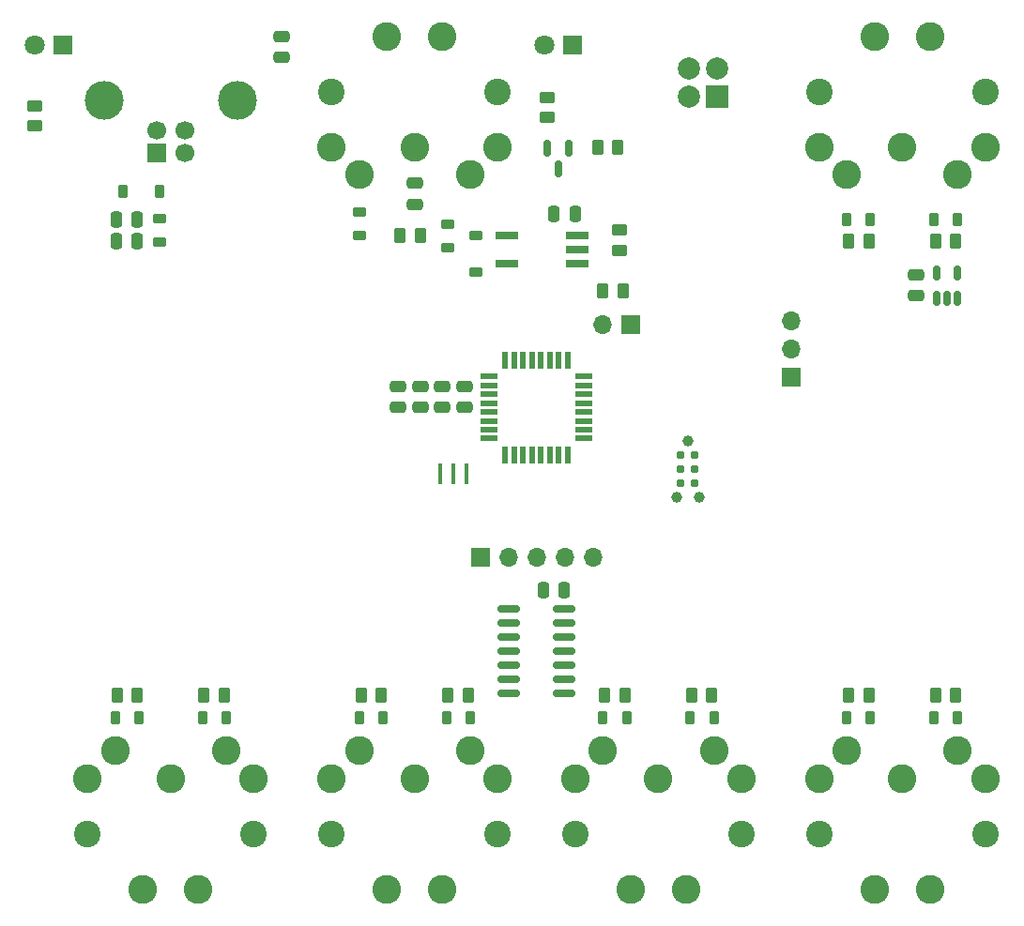
<source format=gbr>
%TF.GenerationSoftware,KiCad,Pcbnew,7.0.1*%
%TF.CreationDate,2023-12-17T22:31:34-05:00*%
%TF.ProjectId,channel_splitter,6368616e-6e65-46c5-9f73-706c69747465,rev?*%
%TF.SameCoordinates,Original*%
%TF.FileFunction,Soldermask,Top*%
%TF.FilePolarity,Negative*%
%FSLAX46Y46*%
G04 Gerber Fmt 4.6, Leading zero omitted, Abs format (unit mm)*
G04 Created by KiCad (PCBNEW 7.0.1) date 2023-12-17 22:31:34*
%MOMM*%
%LPD*%
G01*
G04 APERTURE LIST*
G04 Aperture macros list*
%AMRoundRect*
0 Rectangle with rounded corners*
0 $1 Rounding radius*
0 $2 $3 $4 $5 $6 $7 $8 $9 X,Y pos of 4 corners*
0 Add a 4 corners polygon primitive as box body*
4,1,4,$2,$3,$4,$5,$6,$7,$8,$9,$2,$3,0*
0 Add four circle primitives for the rounded corners*
1,1,$1+$1,$2,$3*
1,1,$1+$1,$4,$5*
1,1,$1+$1,$6,$7*
1,1,$1+$1,$8,$9*
0 Add four rect primitives between the rounded corners*
20,1,$1+$1,$2,$3,$4,$5,0*
20,1,$1+$1,$4,$5,$6,$7,0*
20,1,$1+$1,$6,$7,$8,$9,0*
20,1,$1+$1,$8,$9,$2,$3,0*%
G04 Aperture macros list end*
%ADD10R,1.800000X1.800000*%
%ADD11C,1.800000*%
%ADD12R,0.400000X1.900000*%
%ADD13RoundRect,0.250000X0.475000X-0.250000X0.475000X0.250000X-0.475000X0.250000X-0.475000X-0.250000X0*%
%ADD14RoundRect,0.250000X0.250000X0.475000X-0.250000X0.475000X-0.250000X-0.475000X0.250000X-0.475000X0*%
%ADD15RoundRect,0.250000X-0.475000X0.250000X-0.475000X-0.250000X0.475000X-0.250000X0.475000X0.250000X0*%
%ADD16R,1.700000X1.700000*%
%ADD17C,1.700000*%
%ADD18C,3.500000*%
%ADD19C,2.400000*%
%ADD20C,2.600000*%
%ADD21RoundRect,0.218750X-0.381250X0.218750X-0.381250X-0.218750X0.381250X-0.218750X0.381250X0.218750X0*%
%ADD22RoundRect,0.250000X0.262500X0.450000X-0.262500X0.450000X-0.262500X-0.450000X0.262500X-0.450000X0*%
%ADD23RoundRect,0.218750X0.218750X0.381250X-0.218750X0.381250X-0.218750X-0.381250X0.218750X-0.381250X0*%
%ADD24RoundRect,0.250000X-0.250000X-0.475000X0.250000X-0.475000X0.250000X0.475000X-0.250000X0.475000X0*%
%ADD25R,2.000000X0.640000*%
%ADD26RoundRect,0.250000X0.450000X-0.262500X0.450000X0.262500X-0.450000X0.262500X-0.450000X-0.262500X0*%
%ADD27RoundRect,0.225000X0.225000X0.375000X-0.225000X0.375000X-0.225000X-0.375000X0.225000X-0.375000X0*%
%ADD28RoundRect,0.150000X0.150000X-0.512500X0.150000X0.512500X-0.150000X0.512500X-0.150000X-0.512500X0*%
%ADD29O,1.700000X1.700000*%
%ADD30RoundRect,0.250000X-0.262500X-0.450000X0.262500X-0.450000X0.262500X0.450000X-0.262500X0.450000X0*%
%ADD31R,1.600000X0.550000*%
%ADD32R,0.550000X1.600000*%
%ADD33RoundRect,0.150000X-0.150000X0.587500X-0.150000X-0.587500X0.150000X-0.587500X0.150000X0.587500X0*%
%ADD34C,0.990600*%
%ADD35C,0.787400*%
%ADD36RoundRect,0.218750X-0.218750X-0.381250X0.218750X-0.381250X0.218750X0.381250X-0.218750X0.381250X0*%
%ADD37RoundRect,0.225000X-0.375000X0.225000X-0.375000X-0.225000X0.375000X-0.225000X0.375000X0.225000X0*%
%ADD38R,2.000000X2.000000*%
%ADD39C,2.000000*%
%ADD40RoundRect,0.150000X-0.825000X-0.150000X0.825000X-0.150000X0.825000X0.150000X-0.825000X0.150000X0*%
%ADD41RoundRect,0.250000X-0.450000X0.262500X-0.450000X-0.262500X0.450000X-0.262500X0.450000X0.262500X0*%
G04 APERTURE END LIST*
D10*
%TO.C,D4*%
X103250000Y-72325000D03*
D11*
X100710000Y-72325000D03*
%TD*%
D10*
%TO.C,D2*%
X57250000Y-72325000D03*
D11*
X54710000Y-72325000D03*
%TD*%
D12*
%TO.C,Y1*%
X91300000Y-111000000D03*
X92500000Y-111000000D03*
X93700000Y-111000000D03*
%TD*%
D13*
%TO.C,C11*%
X134250000Y-94900000D03*
X134250000Y-93000000D03*
%TD*%
D14*
%TO.C,C10*%
X102500000Y-121500000D03*
X100600000Y-121500000D03*
%TD*%
%TO.C,C9*%
X101600000Y-87500000D03*
X103500000Y-87500000D03*
%TD*%
D15*
%TO.C,C8*%
X89000000Y-84750000D03*
X89000000Y-86650000D03*
%TD*%
%TO.C,C7*%
X77000000Y-71500000D03*
X77000000Y-73400000D03*
%TD*%
%TO.C,C4*%
X91500000Y-105000000D03*
X91500000Y-103100000D03*
%TD*%
%TO.C,C3*%
X93500000Y-103100000D03*
X93500000Y-105000000D03*
%TD*%
D16*
%TO.C,J1*%
X65750000Y-82000000D03*
D17*
X68250000Y-82000000D03*
X68250000Y-80000000D03*
X65750000Y-80000000D03*
D18*
X60980000Y-77290000D03*
X73020000Y-77290000D03*
%TD*%
D19*
%TO.C,J9*%
X140500000Y-76500000D03*
X125500000Y-76500000D03*
D20*
X125500000Y-81500000D03*
X133000000Y-81500000D03*
X140500000Y-81500000D03*
X128000000Y-84000000D03*
X138000000Y-84000000D03*
X135500000Y-71500000D03*
X130500000Y-71500000D03*
%TD*%
D19*
%TO.C,J8*%
X125500000Y-143500000D03*
X140500000Y-143500000D03*
D20*
X140500000Y-138500000D03*
X133000000Y-138500000D03*
X125500000Y-138500000D03*
X138000000Y-136000000D03*
X128000000Y-136000000D03*
X130500000Y-148500000D03*
X135500000Y-148500000D03*
%TD*%
D19*
%TO.C,J7*%
X103500000Y-143500000D03*
X118500000Y-143500000D03*
D20*
X118500000Y-138500000D03*
X111000000Y-138500000D03*
X103500000Y-138500000D03*
X116000000Y-136000000D03*
X106000000Y-136000000D03*
X108500000Y-148500000D03*
X113500000Y-148500000D03*
%TD*%
D19*
%TO.C,J5*%
X59500000Y-143500000D03*
X74500000Y-143500000D03*
D20*
X74500000Y-138500000D03*
X67000000Y-138500000D03*
X59500000Y-138500000D03*
X72000000Y-136000000D03*
X62000000Y-136000000D03*
X64500000Y-148500000D03*
X69500000Y-148500000D03*
%TD*%
D19*
%TO.C,J2*%
X96500000Y-76500000D03*
X81500000Y-76500000D03*
D20*
X81500000Y-81500000D03*
X89000000Y-81500000D03*
X96500000Y-81500000D03*
X84000000Y-84000000D03*
X94000000Y-84000000D03*
X91500000Y-71500000D03*
X86500000Y-71500000D03*
%TD*%
D19*
%TO.C,J6*%
X81500000Y-143500000D03*
X96500000Y-143500000D03*
D20*
X96500000Y-138500000D03*
X89000000Y-138500000D03*
X81500000Y-138500000D03*
X94000000Y-136000000D03*
X84000000Y-136000000D03*
X86500000Y-148500000D03*
X91500000Y-148500000D03*
%TD*%
D21*
%TO.C,FB3*%
X92000000Y-88437500D03*
X92000000Y-90562500D03*
%TD*%
D22*
%TO.C,R8*%
X93825000Y-131000000D03*
X92000000Y-131000000D03*
%TD*%
D23*
%TO.C,FB11*%
X138000000Y-133000000D03*
X135875000Y-133000000D03*
%TD*%
D24*
%TO.C,C2*%
X62100000Y-90000000D03*
X64000000Y-90000000D03*
%TD*%
D25*
%TO.C,U2*%
X97350000Y-89500000D03*
X97350000Y-92040000D03*
X103650000Y-92040000D03*
X103650000Y-90770000D03*
X103650000Y-89500000D03*
%TD*%
D26*
%TO.C,R1*%
X54750000Y-79575000D03*
X54750000Y-77750000D03*
%TD*%
D27*
%TO.C,D1*%
X66000000Y-85500000D03*
X62700000Y-85500000D03*
%TD*%
D21*
%TO.C,FB2*%
X84000000Y-87375000D03*
X84000000Y-89500000D03*
%TD*%
D28*
%TO.C,U4*%
X136100000Y-92862500D03*
X138000000Y-92862500D03*
X138000000Y-95137500D03*
X137050000Y-95137500D03*
X136100000Y-95137500D03*
%TD*%
D22*
%TO.C,R15*%
X107325000Y-81500000D03*
X105500000Y-81500000D03*
%TD*%
D15*
%TO.C,C5*%
X89500000Y-103100000D03*
X89500000Y-105000000D03*
%TD*%
D16*
%TO.C,J4*%
X94920000Y-118500000D03*
D29*
X97460000Y-118500000D03*
X100000000Y-118500000D03*
X102540000Y-118500000D03*
X105080000Y-118500000D03*
%TD*%
D22*
%TO.C,R7*%
X86000000Y-131000000D03*
X84175000Y-131000000D03*
%TD*%
D23*
%TO.C,FB6*%
X86125000Y-133000000D03*
X84000000Y-133000000D03*
%TD*%
D24*
%TO.C,C1*%
X62100000Y-88000000D03*
X64000000Y-88000000D03*
%TD*%
D30*
%TO.C,R13*%
X136000000Y-90000000D03*
X137825000Y-90000000D03*
%TD*%
D22*
%TO.C,R10*%
X115825000Y-131000000D03*
X114000000Y-131000000D03*
%TD*%
D21*
%TO.C,FB1*%
X66000000Y-87937500D03*
X66000000Y-90062500D03*
%TD*%
D31*
%TO.C,U1*%
X95750000Y-102200000D03*
X95750000Y-103000000D03*
X95750000Y-103800000D03*
X95750000Y-104600000D03*
X95750000Y-105400000D03*
X95750000Y-106200000D03*
X95750000Y-107000000D03*
X95750000Y-107800000D03*
D32*
X97200000Y-109250000D03*
X98000000Y-109250000D03*
X98800000Y-109250000D03*
X99600000Y-109250000D03*
X100400000Y-109250000D03*
X101200000Y-109250000D03*
X102000000Y-109250000D03*
X102800000Y-109250000D03*
D31*
X104250000Y-107800000D03*
X104250000Y-107000000D03*
X104250000Y-106200000D03*
X104250000Y-105400000D03*
X104250000Y-104600000D03*
X104250000Y-103800000D03*
X104250000Y-103000000D03*
X104250000Y-102200000D03*
D32*
X102800000Y-100750000D03*
X102000000Y-100750000D03*
X101200000Y-100750000D03*
X100400000Y-100750000D03*
X99600000Y-100750000D03*
X98800000Y-100750000D03*
X98000000Y-100750000D03*
X97200000Y-100750000D03*
%TD*%
D22*
%TO.C,R6*%
X71825000Y-131000000D03*
X70000000Y-131000000D03*
%TD*%
D15*
%TO.C,C6*%
X87500000Y-103100000D03*
X87500000Y-105000000D03*
%TD*%
D22*
%TO.C,R5*%
X64000000Y-131000000D03*
X62175000Y-131000000D03*
%TD*%
%TO.C,R12*%
X137825000Y-131000000D03*
X136000000Y-131000000D03*
%TD*%
%TO.C,R9*%
X108000000Y-131000000D03*
X106175000Y-131000000D03*
%TD*%
D33*
%TO.C,Q1*%
X102900000Y-81562500D03*
X101000000Y-81562500D03*
X101950000Y-83437500D03*
%TD*%
D22*
%TO.C,R2*%
X107825000Y-94500000D03*
X106000000Y-94500000D03*
%TD*%
D16*
%TO.C,JP1*%
X108540000Y-97500000D03*
D29*
X106000000Y-97500000D03*
%TD*%
D23*
%TO.C,FB7*%
X94000000Y-133000000D03*
X91875000Y-133000000D03*
%TD*%
%TO.C,FB8*%
X108125000Y-133000000D03*
X106000000Y-133000000D03*
%TD*%
D34*
%TO.C,J3*%
X113635000Y-107980000D03*
X114651000Y-113060000D03*
X112619000Y-113060000D03*
D35*
X113000000Y-109250000D03*
X114270000Y-109250000D03*
X113000000Y-110520000D03*
X114270000Y-110520000D03*
X113000000Y-111790000D03*
X114270000Y-111790000D03*
%TD*%
D22*
%TO.C,R11*%
X130000000Y-131000000D03*
X128175000Y-131000000D03*
%TD*%
D36*
%TO.C,FB12*%
X135875000Y-88000000D03*
X138000000Y-88000000D03*
%TD*%
D16*
%TO.C,JP2*%
X123000000Y-102235000D03*
D29*
X123000000Y-99695000D03*
X123000000Y-97155000D03*
%TD*%
D23*
%TO.C,FB10*%
X130125000Y-133000000D03*
X128000000Y-133000000D03*
%TD*%
%TO.C,FB9*%
X116000000Y-133000000D03*
X113875000Y-133000000D03*
%TD*%
D37*
%TO.C,D3*%
X94500000Y-89500000D03*
X94500000Y-92800000D03*
%TD*%
D38*
%TO.C,SW1*%
X116270000Y-76905000D03*
D39*
X116270000Y-74365000D03*
X113730000Y-76905000D03*
X113730000Y-74365000D03*
%TD*%
D23*
%TO.C,FB5*%
X72000000Y-133000000D03*
X69875000Y-133000000D03*
%TD*%
D40*
%TO.C,U3*%
X97525000Y-123190000D03*
X97525000Y-124460000D03*
X97525000Y-125730000D03*
X97525000Y-127000000D03*
X97525000Y-128270000D03*
X97525000Y-129540000D03*
X97525000Y-130810000D03*
X102475000Y-130810000D03*
X102475000Y-129540000D03*
X102475000Y-128270000D03*
X102475000Y-127000000D03*
X102475000Y-125730000D03*
X102475000Y-124460000D03*
X102475000Y-123190000D03*
%TD*%
D22*
%TO.C,R3*%
X89500000Y-89500000D03*
X87675000Y-89500000D03*
%TD*%
D26*
%TO.C,R16*%
X101000000Y-78825000D03*
X101000000Y-77000000D03*
%TD*%
D36*
%TO.C,FB13*%
X128000000Y-88000000D03*
X130125000Y-88000000D03*
%TD*%
D23*
%TO.C,FB4*%
X64125000Y-133000000D03*
X62000000Y-133000000D03*
%TD*%
D30*
%TO.C,R14*%
X128175000Y-90000000D03*
X130000000Y-90000000D03*
%TD*%
D41*
%TO.C,R4*%
X107500000Y-88980000D03*
X107500000Y-90805000D03*
%TD*%
M02*

</source>
